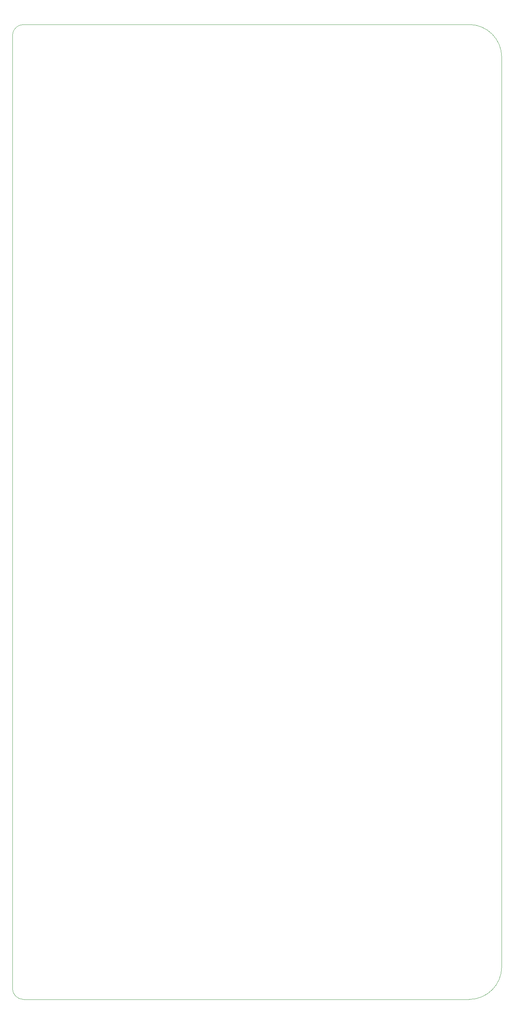
<source format=gbr>
G04 #@! TF.GenerationSoftware,KiCad,Pcbnew,(5.0.0)*
G04 #@! TF.CreationDate,2018-08-16T13:56:40+02:00*
G04 #@! TF.ProjectId,OTTOtact,4F54544F746163742E6B696361645F70,rev?*
G04 #@! TF.SameCoordinates,Original*
G04 #@! TF.FileFunction,Profile,NP*
%FSLAX46Y46*%
G04 Gerber Fmt 4.6, Leading zero omitted, Abs format (unit mm)*
G04 Created by KiCad (PCBNEW (5.0.0)) date 08/16/18 13:56:40*
%MOMM*%
%LPD*%
G01*
G04 APERTURE LIST*
%ADD10C,0.100000*%
G04 APERTURE END LIST*
D10*
X64466093Y21113952D02*
G75*
G02X67166093Y23813952I2700000J0D01*
G01*
X64466093Y-212486048D02*
X64466093Y21113952D01*
X67166093Y-215186048D02*
G75*
G02X64466093Y-212486048I0J2700000D01*
G01*
X184466093Y15813952D02*
X184466093Y-207186048D01*
X67166093Y23813952D02*
X176466093Y23813952D01*
X176466093Y-215186048D02*
X67166093Y-215186048D01*
X176466093Y23813952D02*
G75*
G02X184466093Y15813952I0J-8000000D01*
G01*
X184466093Y-207186048D02*
G75*
G02X176466093Y-215186048I-8000000J0D01*
G01*
M02*

</source>
